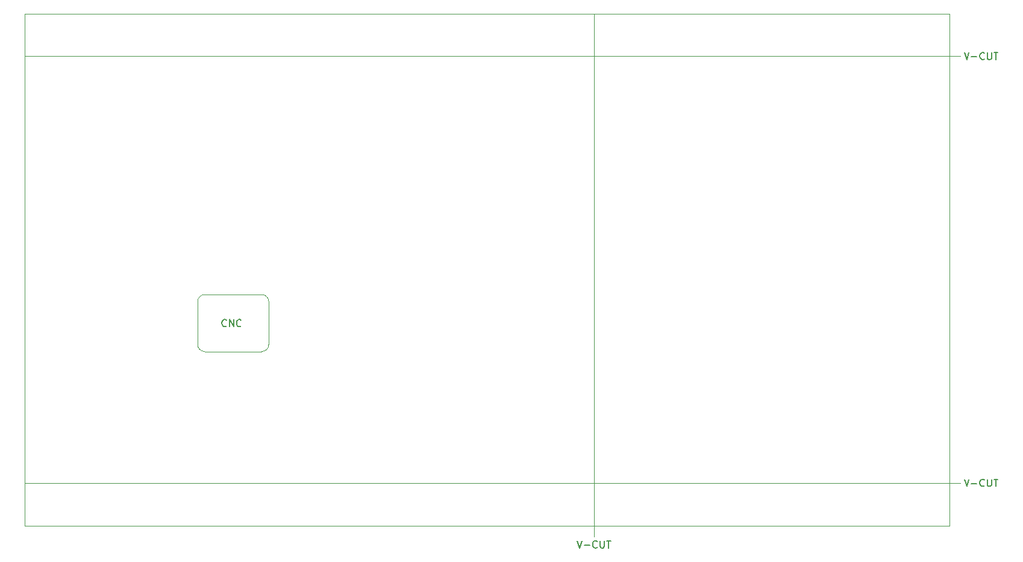
<source format=gm1>
G04 #@! TF.GenerationSoftware,KiCad,Pcbnew,9.0.0*
G04 #@! TF.CreationDate,2025-04-29T13:35:45+03:00*
G04 #@! TF.ProjectId,Embedded-Board,456d6265-6464-4656-942d-426f6172642e,rev?*
G04 #@! TF.SameCoordinates,Original*
G04 #@! TF.FileFunction,Profile,NP*
%FSLAX46Y46*%
G04 Gerber Fmt 4.6, Leading zero omitted, Abs format (unit mm)*
G04 Created by KiCad (PCBNEW 9.0.0) date 2025-04-29 13:35:45*
%MOMM*%
%LPD*%
G01*
G04 APERTURE LIST*
G04 #@! TA.AperFunction,Profile*
%ADD10C,0.100000*%
G04 #@! TD*
%ADD11C,0.150000*%
%ADD12C,0.200000*%
G04 APERTURE END LIST*
D10*
X205150000Y-114650000D02*
X75150000Y-114650000D01*
X155150000Y-120650000D02*
X155150000Y-48650000D01*
X100450000Y-96150000D02*
X108450000Y-96150000D01*
X205150000Y-114650000D02*
X206650000Y-114650000D01*
X99450000Y-89150000D02*
X99450000Y-95150000D01*
X75150000Y-48650000D02*
X205150000Y-48650000D01*
X205150000Y-120650000D01*
X75150000Y-120650000D01*
X75150000Y-48650000D01*
X155150000Y-120650000D02*
X155150000Y-122150000D01*
X109450000Y-95150000D02*
X109450000Y-89150000D01*
X108450000Y-88150000D02*
G75*
G02*
X109450000Y-89150000I0J-1000000D01*
G01*
X100450000Y-96150000D02*
G75*
G02*
X99450000Y-95150000I0J1000000D01*
G01*
X109450000Y-95150000D02*
G75*
G02*
X108450000Y-96150000I-1000000J0D01*
G01*
X205150000Y-54650000D02*
X206650000Y-54650000D01*
X108450000Y-88150000D02*
X100450000Y-88150000D01*
X205150000Y-54650000D02*
X75150000Y-54650000D01*
X99450000Y-89150000D02*
G75*
G02*
X100450000Y-88150000I1000000J0D01*
G01*
D11*
X103485714Y-92559580D02*
X103438095Y-92607200D01*
X103438095Y-92607200D02*
X103295238Y-92654819D01*
X103295238Y-92654819D02*
X103200000Y-92654819D01*
X103200000Y-92654819D02*
X103057143Y-92607200D01*
X103057143Y-92607200D02*
X102961905Y-92511961D01*
X102961905Y-92511961D02*
X102914286Y-92416723D01*
X102914286Y-92416723D02*
X102866667Y-92226247D01*
X102866667Y-92226247D02*
X102866667Y-92083390D01*
X102866667Y-92083390D02*
X102914286Y-91892914D01*
X102914286Y-91892914D02*
X102961905Y-91797676D01*
X102961905Y-91797676D02*
X103057143Y-91702438D01*
X103057143Y-91702438D02*
X103200000Y-91654819D01*
X103200000Y-91654819D02*
X103295238Y-91654819D01*
X103295238Y-91654819D02*
X103438095Y-91702438D01*
X103438095Y-91702438D02*
X103485714Y-91750057D01*
X103914286Y-92654819D02*
X103914286Y-91654819D01*
X103914286Y-91654819D02*
X104485714Y-92654819D01*
X104485714Y-92654819D02*
X104485714Y-91654819D01*
X105533333Y-92559580D02*
X105485714Y-92607200D01*
X105485714Y-92607200D02*
X105342857Y-92654819D01*
X105342857Y-92654819D02*
X105247619Y-92654819D01*
X105247619Y-92654819D02*
X105104762Y-92607200D01*
X105104762Y-92607200D02*
X105009524Y-92511961D01*
X105009524Y-92511961D02*
X104961905Y-92416723D01*
X104961905Y-92416723D02*
X104914286Y-92226247D01*
X104914286Y-92226247D02*
X104914286Y-92083390D01*
X104914286Y-92083390D02*
X104961905Y-91892914D01*
X104961905Y-91892914D02*
X105009524Y-91797676D01*
X105009524Y-91797676D02*
X105104762Y-91702438D01*
X105104762Y-91702438D02*
X105247619Y-91654819D01*
X105247619Y-91654819D02*
X105342857Y-91654819D01*
X105342857Y-91654819D02*
X105485714Y-91702438D01*
X105485714Y-91702438D02*
X105533333Y-91750057D01*
D12*
X207192857Y-54102219D02*
X207526190Y-55102219D01*
X207526190Y-55102219D02*
X207859523Y-54102219D01*
X208192857Y-54721266D02*
X208954762Y-54721266D01*
X210002380Y-55006980D02*
X209954761Y-55054600D01*
X209954761Y-55054600D02*
X209811904Y-55102219D01*
X209811904Y-55102219D02*
X209716666Y-55102219D01*
X209716666Y-55102219D02*
X209573809Y-55054600D01*
X209573809Y-55054600D02*
X209478571Y-54959361D01*
X209478571Y-54959361D02*
X209430952Y-54864123D01*
X209430952Y-54864123D02*
X209383333Y-54673647D01*
X209383333Y-54673647D02*
X209383333Y-54530790D01*
X209383333Y-54530790D02*
X209430952Y-54340314D01*
X209430952Y-54340314D02*
X209478571Y-54245076D01*
X209478571Y-54245076D02*
X209573809Y-54149838D01*
X209573809Y-54149838D02*
X209716666Y-54102219D01*
X209716666Y-54102219D02*
X209811904Y-54102219D01*
X209811904Y-54102219D02*
X209954761Y-54149838D01*
X209954761Y-54149838D02*
X210002380Y-54197457D01*
X210430952Y-54102219D02*
X210430952Y-54911742D01*
X210430952Y-54911742D02*
X210478571Y-55006980D01*
X210478571Y-55006980D02*
X210526190Y-55054600D01*
X210526190Y-55054600D02*
X210621428Y-55102219D01*
X210621428Y-55102219D02*
X210811904Y-55102219D01*
X210811904Y-55102219D02*
X210907142Y-55054600D01*
X210907142Y-55054600D02*
X210954761Y-55006980D01*
X210954761Y-55006980D02*
X211002380Y-54911742D01*
X211002380Y-54911742D02*
X211002380Y-54102219D01*
X211335714Y-54102219D02*
X211907142Y-54102219D01*
X211621428Y-55102219D02*
X211621428Y-54102219D01*
X207192857Y-114102219D02*
X207526190Y-115102219D01*
X207526190Y-115102219D02*
X207859523Y-114102219D01*
X208192857Y-114721266D02*
X208954762Y-114721266D01*
X210002380Y-115006980D02*
X209954761Y-115054600D01*
X209954761Y-115054600D02*
X209811904Y-115102219D01*
X209811904Y-115102219D02*
X209716666Y-115102219D01*
X209716666Y-115102219D02*
X209573809Y-115054600D01*
X209573809Y-115054600D02*
X209478571Y-114959361D01*
X209478571Y-114959361D02*
X209430952Y-114864123D01*
X209430952Y-114864123D02*
X209383333Y-114673647D01*
X209383333Y-114673647D02*
X209383333Y-114530790D01*
X209383333Y-114530790D02*
X209430952Y-114340314D01*
X209430952Y-114340314D02*
X209478571Y-114245076D01*
X209478571Y-114245076D02*
X209573809Y-114149838D01*
X209573809Y-114149838D02*
X209716666Y-114102219D01*
X209716666Y-114102219D02*
X209811904Y-114102219D01*
X209811904Y-114102219D02*
X209954761Y-114149838D01*
X209954761Y-114149838D02*
X210002380Y-114197457D01*
X210430952Y-114102219D02*
X210430952Y-114911742D01*
X210430952Y-114911742D02*
X210478571Y-115006980D01*
X210478571Y-115006980D02*
X210526190Y-115054600D01*
X210526190Y-115054600D02*
X210621428Y-115102219D01*
X210621428Y-115102219D02*
X210811904Y-115102219D01*
X210811904Y-115102219D02*
X210907142Y-115054600D01*
X210907142Y-115054600D02*
X210954761Y-115006980D01*
X210954761Y-115006980D02*
X211002380Y-114911742D01*
X211002380Y-114911742D02*
X211002380Y-114102219D01*
X211335714Y-114102219D02*
X211907142Y-114102219D01*
X211621428Y-115102219D02*
X211621428Y-114102219D01*
X152792857Y-122752219D02*
X153126190Y-123752219D01*
X153126190Y-123752219D02*
X153459523Y-122752219D01*
X153792857Y-123371266D02*
X154554762Y-123371266D01*
X155602380Y-123656980D02*
X155554761Y-123704600D01*
X155554761Y-123704600D02*
X155411904Y-123752219D01*
X155411904Y-123752219D02*
X155316666Y-123752219D01*
X155316666Y-123752219D02*
X155173809Y-123704600D01*
X155173809Y-123704600D02*
X155078571Y-123609361D01*
X155078571Y-123609361D02*
X155030952Y-123514123D01*
X155030952Y-123514123D02*
X154983333Y-123323647D01*
X154983333Y-123323647D02*
X154983333Y-123180790D01*
X154983333Y-123180790D02*
X155030952Y-122990314D01*
X155030952Y-122990314D02*
X155078571Y-122895076D01*
X155078571Y-122895076D02*
X155173809Y-122799838D01*
X155173809Y-122799838D02*
X155316666Y-122752219D01*
X155316666Y-122752219D02*
X155411904Y-122752219D01*
X155411904Y-122752219D02*
X155554761Y-122799838D01*
X155554761Y-122799838D02*
X155602380Y-122847457D01*
X156030952Y-122752219D02*
X156030952Y-123561742D01*
X156030952Y-123561742D02*
X156078571Y-123656980D01*
X156078571Y-123656980D02*
X156126190Y-123704600D01*
X156126190Y-123704600D02*
X156221428Y-123752219D01*
X156221428Y-123752219D02*
X156411904Y-123752219D01*
X156411904Y-123752219D02*
X156507142Y-123704600D01*
X156507142Y-123704600D02*
X156554761Y-123656980D01*
X156554761Y-123656980D02*
X156602380Y-123561742D01*
X156602380Y-123561742D02*
X156602380Y-122752219D01*
X156935714Y-122752219D02*
X157507142Y-122752219D01*
X157221428Y-123752219D02*
X157221428Y-122752219D01*
M02*

</source>
